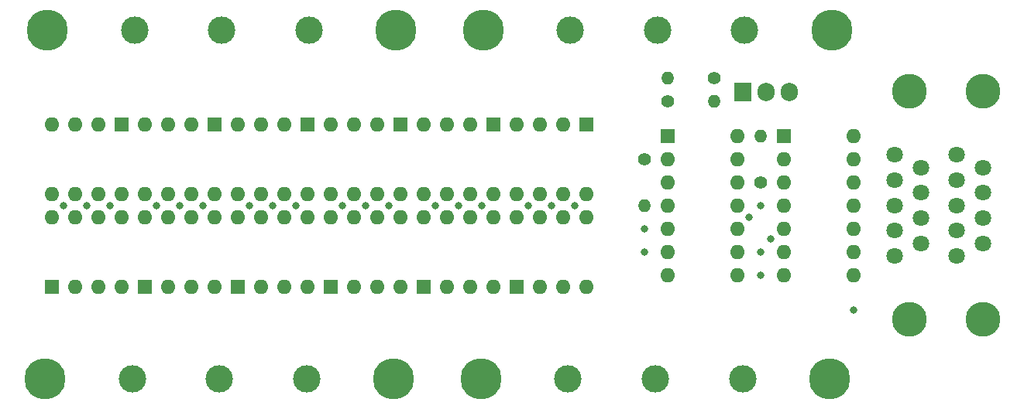
<source format=gbr>
%TF.GenerationSoftware,KiCad,Pcbnew,7.0.5*%
%TF.CreationDate,2024-09-25T18:33:35-04:00*%
%TF.ProjectId,stepper_motor_controller_3_for_cnc,73746570-7065-4725-9f6d-6f746f725f63,rev?*%
%TF.SameCoordinates,Original*%
%TF.FileFunction,Copper,L1,Top*%
%TF.FilePolarity,Positive*%
%FSLAX46Y46*%
G04 Gerber Fmt 4.6, Leading zero omitted, Abs format (unit mm)*
G04 Created by KiCad (PCBNEW 7.0.5) date 2024-09-25 18:33:35*
%MOMM*%
%LPD*%
G01*
G04 APERTURE LIST*
%TA.AperFunction,ComponentPad*%
%ADD10C,1.400000*%
%TD*%
%TA.AperFunction,ComponentPad*%
%ADD11O,1.400000X1.400000*%
%TD*%
%TA.AperFunction,ComponentPad*%
%ADD12C,1.800000*%
%TD*%
%TA.AperFunction,ComponentPad*%
%ADD13C,3.810000*%
%TD*%
%TA.AperFunction,ComponentPad*%
%ADD14R,1.600000X1.600000*%
%TD*%
%TA.AperFunction,ComponentPad*%
%ADD15O,1.600000X1.600000*%
%TD*%
%TA.AperFunction,ComponentPad*%
%ADD16R,1.905000X2.000000*%
%TD*%
%TA.AperFunction,ComponentPad*%
%ADD17O,1.905000X2.000000*%
%TD*%
%TA.AperFunction,ViaPad*%
%ADD18C,3.000000*%
%TD*%
%TA.AperFunction,ViaPad*%
%ADD19C,0.800000*%
%TD*%
%TA.AperFunction,ViaPad*%
%ADD20C,4.500000*%
%TD*%
G04 APERTURE END LIST*
D10*
%TO.P,R37,1*%
%TO.N,+5V*%
X91503800Y27360000D03*
D11*
%TO.P,R37,2*%
%TO.N,Net-(U11-ADJ)*%
X96583800Y27360000D03*
%TD*%
D12*
%TO.P,J2,1A*%
%TO.N,GND*%
X123098800Y10390000D03*
%TO.P,J2,1B*%
X116348800Y10390000D03*
%TO.P,J2,2A*%
X123098800Y13160000D03*
%TO.P,J2,2B*%
X116348800Y13160000D03*
%TO.P,J2,3A*%
X123098800Y15930000D03*
%TO.P,J2,3B*%
X116348800Y15930000D03*
%TO.P,J2,4A*%
%TO.N,VCC*%
X123098800Y18700000D03*
%TO.P,J2,4B*%
X116348800Y18700000D03*
%TO.P,J2,5A*%
%TO.N,+5V*%
X123098800Y21470000D03*
%TO.P,J2,5B*%
X116348800Y21470000D03*
%TO.P,J2,6A*%
%TO.N,/CLOCK_upper*%
X125938800Y11775000D03*
%TO.P,J2,6B*%
X119188800Y11775000D03*
%TO.P,J2,7A*%
%TO.N,/DIRECTION_upper*%
X125938800Y14545000D03*
%TO.P,J2,7B*%
X119188800Y14545000D03*
%TO.P,J2,8A*%
%TO.N,unconnected-(J2-Pad8A)*%
X125938800Y17315000D03*
%TO.P,J2,8B*%
%TO.N,unconnected-(J2-Pad8B)*%
X119188800Y17315000D03*
%TO.P,J2,9A*%
%TO.N,unconnected-(J2-Pad9A)*%
X125938800Y20085000D03*
%TO.P,J2,9B*%
%TO.N,unconnected-(J2-Pad9B)*%
X119188800Y20085000D03*
D13*
%TO.P,J2,MH1*%
%TO.N,N/C*%
X117938800Y3440000D03*
%TO.P,J2,MH2*%
X125938800Y3440000D03*
%TO.P,J2,MH3*%
X117938800Y28420000D03*
%TO.P,J2,MH4*%
X125938800Y28420000D03*
%TD*%
D14*
%TO.P,U24,1,OA*%
%TO.N,Net-(R57-Pad1)*%
X72443800Y24810000D03*
D15*
%TO.P,U24,2,VCC*%
%TO.N,VCC*%
X69903800Y24810000D03*
%TO.P,U24,3,VCC*%
X67363800Y24810000D03*
%TO.P,U24,4,OA*%
%TO.N,Net-(R44-Pad1)*%
X64823800Y24810000D03*
%TO.P,U24,5,GND*%
%TO.N,GND*%
X64823800Y17190000D03*
%TO.P,U24,6,IA*%
%TO.N,/A_logic*%
X67363800Y17190000D03*
%TO.P,U24,7,IB*%
%TO.N,/A_n_logic*%
X69903800Y17190000D03*
%TO.P,U24,8,GND*%
%TO.N,GND*%
X72443800Y17190000D03*
%TD*%
D14*
%TO.P,U27,1,OA*%
%TO.N,Net-(R49-Pad1)*%
X75003800Y7050000D03*
D15*
%TO.P,U27,2,VCC*%
%TO.N,VCC*%
X77543800Y7050000D03*
%TO.P,U27,3,VCC*%
X80083800Y7050000D03*
%TO.P,U27,4,OA*%
%TO.N,Net-(R62-Pad1)*%
X82623800Y7050000D03*
%TO.P,U27,5,GND*%
%TO.N,GND*%
X82623800Y14670000D03*
%TO.P,U27,6,IA*%
%TO.N,/B_logic*%
X80083800Y14670000D03*
%TO.P,U27,7,IB*%
%TO.N,/B_n_logic*%
X77543800Y14670000D03*
%TO.P,U27,8,GND*%
%TO.N,GND*%
X75003800Y14670000D03*
%TD*%
D14*
%TO.P,U26,1,OA*%
%TO.N,Net-(R47-Pad1)*%
X82603800Y24810000D03*
D15*
%TO.P,U26,2,VCC*%
%TO.N,VCC*%
X80063800Y24810000D03*
%TO.P,U26,3,VCC*%
X77523800Y24810000D03*
%TO.P,U26,4,OA*%
%TO.N,Net-(R60-Pad1)*%
X74983800Y24810000D03*
%TO.P,U26,5,GND*%
%TO.N,GND*%
X74983800Y17190000D03*
%TO.P,U26,6,IA*%
%TO.N,/A_logic*%
X77523800Y17190000D03*
%TO.P,U26,7,IB*%
%TO.N,/A_n_logic*%
X80063800Y17190000D03*
%TO.P,U26,8,GND*%
%TO.N,GND*%
X82603800Y17190000D03*
%TD*%
D10*
%TO.P,R38,1*%
%TO.N,Net-(U11-ADJ)*%
X96583800Y29900000D03*
D11*
%TO.P,R38,2*%
%TO.N,GND*%
X91503800Y29900000D03*
%TD*%
D14*
%TO.P,U10,1,OA*%
%TO.N,Net-(R65-Pad1)*%
X54683800Y7050000D03*
D15*
%TO.P,U10,2,VCC*%
%TO.N,VCC*%
X57223800Y7050000D03*
%TO.P,U10,3,VCC*%
X59763800Y7050000D03*
%TO.P,U10,4,OA*%
%TO.N,Net-(R66-Pad1)*%
X62303800Y7050000D03*
%TO.P,U10,5,GND*%
%TO.N,GND*%
X62303800Y14670000D03*
%TO.P,U10,6,IA*%
%TO.N,/B_logic*%
X59763800Y14670000D03*
%TO.P,U10,7,IB*%
%TO.N,/B_n_logic*%
X57223800Y14670000D03*
%TO.P,U10,8,GND*%
%TO.N,GND*%
X54683800Y14670000D03*
%TD*%
D14*
%TO.P,U1,1,~{R}*%
%TO.N,+5V*%
X91503800Y23550000D03*
D15*
%TO.P,U1,2,D*%
%TO.N,Net-(U1A-D)*%
X91503800Y21010000D03*
%TO.P,U1,3,C*%
%TO.N,/CLOCK_upper*%
X91503800Y18470000D03*
%TO.P,U1,4,~{S}*%
%TO.N,+5V*%
X91503800Y15930000D03*
%TO.P,U1,5,Q*%
%TO.N,/A_logic*%
X91503800Y13390000D03*
%TO.P,U1,6,~{Q}*%
%TO.N,/A_n_logic*%
X91503800Y10850000D03*
%TO.P,U1,7,GND*%
%TO.N,GND*%
X91503800Y8310000D03*
%TO.P,U1,8,~{Q}*%
%TO.N,/B_n_logic*%
X99123800Y8310000D03*
%TO.P,U1,9,Q*%
%TO.N,/B_logic*%
X99123800Y10850000D03*
%TO.P,U1,10,~{S}*%
%TO.N,+5V*%
X99123800Y13390000D03*
%TO.P,U1,11,C*%
%TO.N,/CLOCK_upper*%
X99123800Y15930000D03*
%TO.P,U1,12,D*%
%TO.N,Net-(U1B-D)*%
X99123800Y18470000D03*
%TO.P,U1,13,~{R}*%
%TO.N,+5V*%
X99123800Y21010000D03*
%TO.P,U1,14,VCC*%
X99123800Y23550000D03*
%TD*%
D14*
%TO.P,U8,1,OA*%
%TO.N,Net-(R67-Pad1)*%
X44513800Y7040000D03*
D15*
%TO.P,U8,2,VCC*%
%TO.N,VCC*%
X47053800Y7040000D03*
%TO.P,U8,3,VCC*%
X49593800Y7040000D03*
%TO.P,U8,4,OA*%
%TO.N,Net-(R12-Pad1)*%
X52133800Y7040000D03*
%TO.P,U8,5,GND*%
%TO.N,GND*%
X52133800Y14660000D03*
%TO.P,U8,6,IA*%
%TO.N,/B_logic*%
X49593800Y14660000D03*
%TO.P,U8,7,IB*%
%TO.N,/B_n_logic*%
X47053800Y14660000D03*
%TO.P,U8,8,GND*%
%TO.N,GND*%
X44513800Y14660000D03*
%TD*%
D14*
%TO.P,U5,1,OA*%
%TO.N,Net-(R5-Pad1)*%
X41953800Y24810000D03*
D15*
%TO.P,U5,2,VCC*%
%TO.N,VCC*%
X39413800Y24810000D03*
%TO.P,U5,3,VCC*%
X36873800Y24810000D03*
%TO.P,U5,4,OA*%
%TO.N,Net-(R6-Pad1)*%
X34333800Y24810000D03*
%TO.P,U5,5,GND*%
%TO.N,GND*%
X34333800Y17190000D03*
%TO.P,U5,6,IA*%
%TO.N,/A_logic*%
X36873800Y17190000D03*
%TO.P,U5,7,IB*%
%TO.N,/A_n_logic*%
X39413800Y17190000D03*
%TO.P,U5,8,GND*%
%TO.N,GND*%
X41953800Y17190000D03*
%TD*%
D14*
%TO.P,U7,1,OA*%
%TO.N,Net-(R9-Pad1)*%
X52113800Y24810000D03*
D15*
%TO.P,U7,2,VCC*%
%TO.N,VCC*%
X49573800Y24810000D03*
%TO.P,U7,3,VCC*%
X47033800Y24810000D03*
%TO.P,U7,4,OA*%
%TO.N,Net-(R54-Pad1)*%
X44493800Y24810000D03*
%TO.P,U7,5,GND*%
%TO.N,GND*%
X44493800Y17190000D03*
%TO.P,U7,6,IA*%
%TO.N,/A_logic*%
X47033800Y17190000D03*
%TO.P,U7,7,IB*%
%TO.N,/A_n_logic*%
X49573800Y17190000D03*
%TO.P,U7,8,GND*%
%TO.N,GND*%
X52113800Y17190000D03*
%TD*%
D14*
%TO.P,U6,1,OA*%
%TO.N,Net-(R69-Pad1)*%
X34363800Y7050000D03*
D15*
%TO.P,U6,2,VCC*%
%TO.N,VCC*%
X36903800Y7050000D03*
%TO.P,U6,3,VCC*%
X39443800Y7050000D03*
%TO.P,U6,4,OA*%
%TO.N,Net-(R70-Pad1)*%
X41983800Y7050000D03*
%TO.P,U6,5,GND*%
%TO.N,GND*%
X41983800Y14670000D03*
%TO.P,U6,6,IA*%
%TO.N,/B_logic*%
X39443800Y14670000D03*
%TO.P,U6,7,IB*%
%TO.N,/B_n_logic*%
X36903800Y14670000D03*
%TO.P,U6,8,GND*%
%TO.N,GND*%
X34363800Y14670000D03*
%TD*%
D14*
%TO.P,U4,1,OA*%
%TO.N,Net-(R3-Pad1)*%
X24203800Y7050000D03*
D15*
%TO.P,U4,2,VCC*%
%TO.N,VCC*%
X26743800Y7050000D03*
%TO.P,U4,3,VCC*%
X29283800Y7050000D03*
%TO.P,U4,4,OA*%
%TO.N,Net-(R72-Pad1)*%
X31823800Y7050000D03*
%TO.P,U4,5,GND*%
%TO.N,GND*%
X31823800Y14670000D03*
%TO.P,U4,6,IA*%
%TO.N,/B_logic*%
X29283800Y14670000D03*
%TO.P,U4,7,IB*%
%TO.N,/B_n_logic*%
X26743800Y14670000D03*
%TO.P,U4,8,GND*%
%TO.N,GND*%
X24203800Y14670000D03*
%TD*%
D10*
%TO.P,R18,1*%
%TO.N,Net-(U1A-D)*%
X88963800Y21010000D03*
D11*
%TO.P,R18,2*%
%TO.N,+5V*%
X88963800Y15930000D03*
%TD*%
D14*
%TO.P,U3,1*%
%TO.N,/B_n_logic*%
X104203800Y23550000D03*
D15*
%TO.P,U3,2*%
%TO.N,/DIRECTION_upper*%
X104203800Y21010000D03*
%TO.P,U3,3*%
%TO.N,Net-(U1A-D)*%
X104203800Y18470000D03*
%TO.P,U3,4*%
%TO.N,/A_logic*%
X104203800Y15930000D03*
%TO.P,U3,5*%
%TO.N,/DIRECTION_upper*%
X104203800Y13390000D03*
%TO.P,U3,6*%
%TO.N,Net-(U1B-D)*%
X104203800Y10850000D03*
%TO.P,U3,7,GND*%
%TO.N,GND*%
X104203800Y8310000D03*
%TO.P,U3,8*%
%TO.N,N/C*%
X111823800Y8310000D03*
%TO.P,U3,9*%
X111823800Y10850000D03*
%TO.P,U3,10*%
X111823800Y13390000D03*
%TO.P,U3,11*%
X111823800Y15930000D03*
%TO.P,U3,12*%
X111823800Y18470000D03*
%TO.P,U3,13*%
X111823800Y21010000D03*
%TO.P,U3,14,VCC*%
%TO.N,+5V*%
X111823800Y23550000D03*
%TD*%
D14*
%TO.P,U25,1,OA*%
%TO.N,Net-(R63-Pad1)*%
X64843800Y7050000D03*
D15*
%TO.P,U25,2,VCC*%
%TO.N,VCC*%
X67383800Y7050000D03*
%TO.P,U25,3,VCC*%
X69923800Y7050000D03*
%TO.P,U25,4,OA*%
%TO.N,Net-(R46-Pad1)*%
X72463800Y7050000D03*
%TO.P,U25,5,GND*%
%TO.N,GND*%
X72463800Y14670000D03*
%TO.P,U25,6,IA*%
%TO.N,/B_logic*%
X69923800Y14670000D03*
%TO.P,U25,7,IB*%
%TO.N,/B_n_logic*%
X67383800Y14670000D03*
%TO.P,U25,8,GND*%
%TO.N,GND*%
X64843800Y14670000D03*
%TD*%
D10*
%TO.P,R17,1*%
%TO.N,Net-(U1B-D)*%
X101663800Y18470000D03*
D11*
%TO.P,R17,2*%
%TO.N,+5V*%
X101663800Y23550000D03*
%TD*%
D14*
%TO.P,U9,1,OA*%
%TO.N,Net-(R55-Pad1)*%
X62273800Y24810000D03*
D15*
%TO.P,U9,2,VCC*%
%TO.N,VCC*%
X59733800Y24810000D03*
%TO.P,U9,3,VCC*%
X57193800Y24810000D03*
%TO.P,U9,4,OA*%
%TO.N,Net-(R14-Pad1)*%
X54653800Y24810000D03*
%TO.P,U9,5,GND*%
%TO.N,GND*%
X54653800Y17190000D03*
%TO.P,U9,6,IA*%
%TO.N,/A_logic*%
X57193800Y17190000D03*
%TO.P,U9,7,IB*%
%TO.N,/A_n_logic*%
X59733800Y17190000D03*
%TO.P,U9,8,GND*%
%TO.N,GND*%
X62273800Y17190000D03*
%TD*%
D16*
%TO.P,U11,1,ADJ*%
%TO.N,Net-(U11-ADJ)*%
X99758800Y28320000D03*
D17*
%TO.P,U11,2,VO*%
%TO.N,+5V*%
X102298800Y28320000D03*
%TO.P,U11,3,VI*%
%TO.N,VCC*%
X104838800Y28320000D03*
%TD*%
D14*
%TO.P,U2,1,OA*%
%TO.N,Net-(R39-Pad1)*%
X31793800Y24810000D03*
D15*
%TO.P,U2,2,VCC*%
%TO.N,VCC*%
X29253800Y24810000D03*
%TO.P,U2,3,VCC*%
X26713800Y24810000D03*
%TO.P,U2,4,OA*%
%TO.N,Net-(R2-Pad1)*%
X24173800Y24810000D03*
%TO.P,U2,5,GND*%
%TO.N,GND*%
X24173800Y17190000D03*
%TO.P,U2,6,IA*%
%TO.N,/A_logic*%
X26713800Y17190000D03*
%TO.P,U2,7,IB*%
%TO.N,/A_n_logic*%
X29253800Y17190000D03*
%TO.P,U2,8,GND*%
%TO.N,GND*%
X31793800Y17190000D03*
%TD*%
D18*
%TO.N,/A*%
X33233800Y35120000D03*
%TO.N,/B*%
X42753800Y35110000D03*
%TO.N,/C*%
X42513800Y-3040000D03*
%TO.N,/D*%
X32993800Y-3030000D03*
D19*
%TO.N,Net-(U1B-D)*%
X102756773Y12257357D03*
%TO.N,/A_logic*%
X101663800Y15930000D03*
X88963800Y13390000D03*
%TO.N,/A_n_logic*%
X71183800Y15930000D03*
X88963800Y10850000D03*
X50863800Y15930000D03*
X40703800Y15930000D03*
X81343800Y15930000D03*
X61023800Y15930000D03*
X30543800Y15930000D03*
D18*
%TO.N,GND*%
X52043800Y-3040000D03*
D20*
X61813800Y35110000D03*
D18*
X90403800Y35110000D03*
D20*
X109463800Y35110000D03*
X61573800Y-3040000D03*
D18*
X99693800Y-3040000D03*
D20*
X23453800Y-3040000D03*
X71343800Y35110000D03*
X71103800Y-3040000D03*
D18*
X80873800Y35110000D03*
D20*
X109223800Y-3040000D03*
D18*
X90163800Y-3040000D03*
X80633800Y-3040000D03*
X52283800Y35110000D03*
D20*
X23693800Y35110000D03*
D19*
%TO.N,/B_n_logic*%
X76263800Y15930000D03*
X66103800Y15930000D03*
X55943800Y15930000D03*
X25463800Y15930000D03*
X101663800Y8310000D03*
X35623800Y15930000D03*
X45783800Y15930000D03*
%TO.N,/B_logic*%
X48323800Y15930000D03*
X58483800Y15930000D03*
X78803800Y15930000D03*
X28003800Y15930000D03*
X38163800Y15930000D03*
X68643800Y15930000D03*
X101663800Y10850000D03*
D18*
%TO.N,VCC*%
X99933800Y35110000D03*
D19*
%TO.N,/CLOCK_upper*%
X100393800Y14660000D03*
X111823800Y4500000D03*
%TD*%
M02*

</source>
